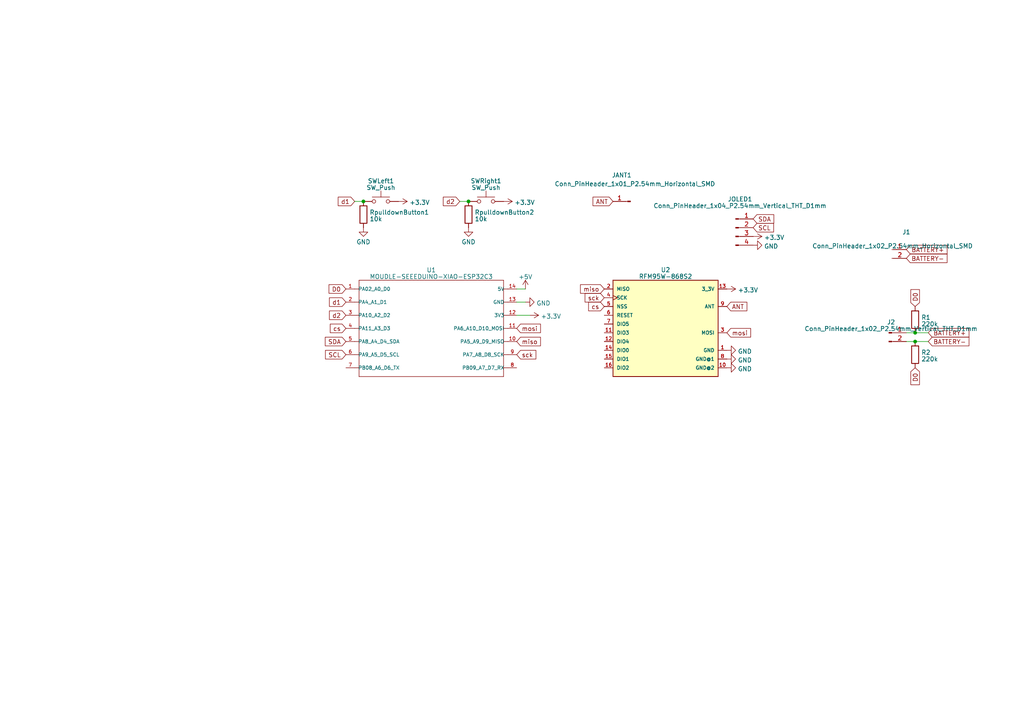
<source format=kicad_sch>
(kicad_sch (version 20230121) (generator eeschema)

  (uuid 101726dd-a3a5-433f-aa7f-ad2dca96ec31)

  (paper "A4")

  (title_block
    (title "ESP32C3 Mosquito Electric")
    (date "2023-03-05")
    (rev "v0.1")
    (company "Mosquito OS")
    (comment 1 "author: Dorian Somers")
    (comment 2 "licence: CERN OHL v2.0")
  )

  (lib_symbols
    (symbol "RFM85-LoRa:RFM95W-868S2" (pin_names (offset 1.016)) (in_bom yes) (on_board yes)
      (property "Reference" "U" (at -15.2563 13.9849 0)
        (effects (font (size 1.27 1.27)) (justify left bottom))
      )
      (property "Value" "RFM95W-868S2" (at -15.265 -17.8092 0)
        (effects (font (size 1.27 1.27)) (justify left bottom))
      )
      (property "Footprint" "XCVR_RFM95W-868S2" (at 0 0 0)
        (effects (font (size 1.27 1.27)) (justify bottom) hide)
      )
      (property "Datasheet" "" (at 0 0 0)
        (effects (font (size 1.27 1.27)) hide)
      )
      (property "MANUFACTURER" "RF Solution" (at 0 0 0)
        (effects (font (size 1.27 1.27)) (justify bottom) hide)
      )
      (symbol "RFM95W-868S2_0_0"
        (rectangle (start -15.24 -15.24) (end 15.24 12.7)
          (stroke (width 0.254) (type default))
          (fill (type background))
        )
        (pin power_in line (at 17.78 -7.62 180) (length 2.54)
          (name "GND" (effects (font (size 1.016 1.016))))
          (number "1" (effects (font (size 1.016 1.016))))
        )
        (pin power_in line (at 17.78 -12.7 180) (length 2.54)
          (name "GND@2" (effects (font (size 1.016 1.016))))
          (number "10" (effects (font (size 1.016 1.016))))
        )
        (pin bidirectional line (at -17.78 -2.54 0) (length 2.54)
          (name "DIO3" (effects (font (size 1.016 1.016))))
          (number "11" (effects (font (size 1.016 1.016))))
        )
        (pin bidirectional line (at -17.78 -5.08 0) (length 2.54)
          (name "DIO4" (effects (font (size 1.016 1.016))))
          (number "12" (effects (font (size 1.016 1.016))))
        )
        (pin power_in line (at 17.78 10.16 180) (length 2.54)
          (name "3_3V" (effects (font (size 1.016 1.016))))
          (number "13" (effects (font (size 1.016 1.016))))
        )
        (pin bidirectional line (at -17.78 -7.62 0) (length 2.54)
          (name "DIO0" (effects (font (size 1.016 1.016))))
          (number "14" (effects (font (size 1.016 1.016))))
        )
        (pin bidirectional line (at -17.78 -10.16 0) (length 2.54)
          (name "DIO1" (effects (font (size 1.016 1.016))))
          (number "15" (effects (font (size 1.016 1.016))))
        )
        (pin bidirectional line (at -17.78 -12.7 0) (length 2.54)
          (name "DIO2" (effects (font (size 1.016 1.016))))
          (number "16" (effects (font (size 1.016 1.016))))
        )
        (pin input line (at -17.78 10.16 0) (length 2.54)
          (name "MISO" (effects (font (size 1.016 1.016))))
          (number "2" (effects (font (size 1.016 1.016))))
        )
        (pin output line (at 17.78 -2.54 180) (length 2.54)
          (name "MOSI" (effects (font (size 1.016 1.016))))
          (number "3" (effects (font (size 1.016 1.016))))
        )
        (pin input clock (at -17.78 7.62 0) (length 2.54)
          (name "SCK" (effects (font (size 1.016 1.016))))
          (number "4" (effects (font (size 1.016 1.016))))
        )
        (pin input line (at -17.78 5.08 0) (length 2.54)
          (name "NSS" (effects (font (size 1.016 1.016))))
          (number "5" (effects (font (size 1.016 1.016))))
        )
        (pin bidirectional line (at -17.78 2.54 0) (length 2.54)
          (name "RESET" (effects (font (size 1.016 1.016))))
          (number "6" (effects (font (size 1.016 1.016))))
        )
        (pin bidirectional line (at -17.78 0 0) (length 2.54)
          (name "DIO5" (effects (font (size 1.016 1.016))))
          (number "7" (effects (font (size 1.016 1.016))))
        )
        (pin power_in line (at 17.78 -10.16 180) (length 2.54)
          (name "GND@1" (effects (font (size 1.016 1.016))))
          (number "8" (effects (font (size 1.016 1.016))))
        )
        (pin passive line (at 17.78 5.08 180) (length 2.54)
          (name "ANT" (effects (font (size 1.016 1.016))))
          (number "9" (effects (font (size 1.016 1.016))))
        )
      )
    )
    (symbol "Switch:SW_Push" (pin_numbers hide) (pin_names (offset 1.016) hide) (in_bom yes) (on_board yes)
      (property "Reference" "SW" (at 1.27 2.54 0)
        (effects (font (size 1.27 1.27)) (justify left))
      )
      (property "Value" "SW_Push" (at 0 -1.524 0)
        (effects (font (size 1.27 1.27)))
      )
      (property "Footprint" "" (at 0 5.08 0)
        (effects (font (size 1.27 1.27)) hide)
      )
      (property "Datasheet" "~" (at 0 5.08 0)
        (effects (font (size 1.27 1.27)) hide)
      )
      (property "ki_keywords" "switch normally-open pushbutton push-button" (at 0 0 0)
        (effects (font (size 1.27 1.27)) hide)
      )
      (property "ki_description" "Push button switch, generic, two pins" (at 0 0 0)
        (effects (font (size 1.27 1.27)) hide)
      )
      (symbol "SW_Push_0_1"
        (circle (center -2.032 0) (radius 0.508)
          (stroke (width 0) (type default))
          (fill (type none))
        )
        (polyline
          (pts
            (xy 0 1.27)
            (xy 0 3.048)
          )
          (stroke (width 0) (type default))
          (fill (type none))
        )
        (polyline
          (pts
            (xy 2.54 1.27)
            (xy -2.54 1.27)
          )
          (stroke (width 0) (type default))
          (fill (type none))
        )
        (circle (center 2.032 0) (radius 0.508)
          (stroke (width 0) (type default))
          (fill (type none))
        )
        (pin passive line (at -5.08 0 0) (length 2.54)
          (name "1" (effects (font (size 1.27 1.27))))
          (number "1" (effects (font (size 1.27 1.27))))
        )
        (pin passive line (at 5.08 0 180) (length 2.54)
          (name "2" (effects (font (size 1.27 1.27))))
          (number "2" (effects (font (size 1.27 1.27))))
        )
      )
    )
    (symbol "fab:Conn_PinHeader_1x01_P2.54mm_Horizontal_SMD" (pin_names (offset 1.016) hide) (in_bom yes) (on_board yes)
      (property "Reference" "J" (at 0 2.54 0)
        (effects (font (size 1.27 1.27)))
      )
      (property "Value" "Conn_PinHeader_1x01_P2.54mm_Horizontal_SMD" (at 0 -2.54 0)
        (effects (font (size 1.27 1.27)))
      )
      (property "Footprint" "fab:PinHeader_1x01_P2.54mm_Horizontal_SMD" (at 0 0 0)
        (effects (font (size 1.27 1.27)) hide)
      )
      (property "Datasheet" "~" (at 0 0 0)
        (effects (font (size 1.27 1.27)) hide)
      )
      (property "ki_keywords" "Connector pin header 2.54mm pitch horizontal SMD" (at 0 0 0)
        (effects (font (size 1.27 1.27)) hide)
      )
      (property "ki_description" "Connector pin header 2.54mm pitch horizontal SMD" (at 0 0 0)
        (effects (font (size 1.27 1.27)) hide)
      )
      (property "ki_fp_filters" "fab:*Header_SMD_01x??_*" (at 0 0 0)
        (effects (font (size 1.27 1.27)) hide)
      )
      (symbol "Conn_PinHeader_1x01_P2.54mm_Horizontal_SMD_1_1"
        (polyline
          (pts
            (xy 1.27 0)
            (xy 0.8636 0)
          )
          (stroke (width 0.1524) (type solid))
          (fill (type none))
        )
        (rectangle (start 0.8636 0.127) (end 0 -0.127)
          (stroke (width 0.1524) (type solid))
          (fill (type outline))
        )
        (pin passive line (at 5.08 0 180) (length 3.81)
          (name "Pin_1" (effects (font (size 1.27 1.27))))
          (number "1" (effects (font (size 1.27 1.27))))
        )
      )
    )
    (symbol "fab:Conn_PinHeader_1x02_P2.54mm_Horizontal_SMD" (pin_names (offset 1.016)) (in_bom yes) (on_board yes)
      (property "Reference" "J" (at 0 2.54 0)
        (effects (font (size 1.27 1.27)))
      )
      (property "Value" "Conn_PinHeader_1x02_P2.54mm_Horizontal_SMD" (at 0 -5.08 0)
        (effects (font (size 1.27 1.27)))
      )
      (property "Footprint" "fab:PinHeader_UPDI_01x02_P2.54mm_Horizontal_SMD" (at 0 0 0)
        (effects (font (size 1.27 1.27)) hide)
      )
      (property "Datasheet" "~" (at 0 0 0)
        (effects (font (size 1.27 1.27)) hide)
      )
      (property "ki_keywords" "male UPDI connector" (at 0 0 0)
        (effects (font (size 1.27 1.27)) hide)
      )
      (property "ki_description" "Male UPDI 2 pin connector" (at 0 0 0)
        (effects (font (size 1.27 1.27)) hide)
      )
      (property "ki_fp_filters" "fab:*Header_SMD_01x??_*" (at 0 0 0)
        (effects (font (size 1.27 1.27)) hide)
      )
      (symbol "Conn_PinHeader_1x02_P2.54mm_Horizontal_SMD_1_1"
        (polyline
          (pts
            (xy 1.27 -2.54)
            (xy 0.8636 -2.54)
          )
          (stroke (width 0.1524) (type solid))
          (fill (type none))
        )
        (polyline
          (pts
            (xy 1.27 0)
            (xy 0.8636 0)
          )
          (stroke (width 0.1524) (type solid))
          (fill (type none))
        )
        (pin passive line (at 5.08 0 180) (length 3.81)
          (name "~" (effects (font (size 1.27 1.27))))
          (number "1" (effects (font (size 1.27 1.27))))
        )
        (pin passive line (at 5.08 -2.54 180) (length 3.81)
          (name "~" (effects (font (size 1.27 1.27))))
          (number "2" (effects (font (size 1.27 1.27))))
        )
      )
    )
    (symbol "fab:Conn_PinHeader_1x02_P2.54mm_Vertical_THT_D1mm" (pin_names (offset 1.016) hide) (in_bom yes) (on_board yes)
      (property "Reference" "J" (at 0 2.54 0)
        (effects (font (size 1.27 1.27)))
      )
      (property "Value" "Conn_PinHeader_1x02_P2.54mm_Vertical_THT_D1mm" (at 0 -5.08 0)
        (effects (font (size 1.27 1.27)))
      )
      (property "Footprint" "fab:PinHeader_1x02_P2.54mm_Vertical_THT_D1mm" (at 0 0 0)
        (effects (font (size 1.27 1.27)) hide)
      )
      (property "Datasheet" "~" (at 0 0 0)
        (effects (font (size 1.27 1.27)) hide)
      )
      (property "ki_keywords" "single row male connector" (at 0 0 0)
        (effects (font (size 1.27 1.27)) hide)
      )
      (property "ki_description" "Male connector, single row" (at 0 0 0)
        (effects (font (size 1.27 1.27)) hide)
      )
      (property "ki_fp_filters" "fab:*Header_SMD_01x??_*" (at 0 0 0)
        (effects (font (size 1.27 1.27)) hide)
      )
      (symbol "Conn_PinHeader_1x02_P2.54mm_Vertical_THT_D1mm_1_1"
        (polyline
          (pts
            (xy 1.27 -2.54)
            (xy 0.8636 -2.54)
          )
          (stroke (width 0.1524) (type solid))
          (fill (type none))
        )
        (polyline
          (pts
            (xy 1.27 0)
            (xy 0.8636 0)
          )
          (stroke (width 0.1524) (type solid))
          (fill (type none))
        )
        (rectangle (start 0.8636 -2.413) (end 0 -2.667)
          (stroke (width 0.1524) (type solid))
          (fill (type outline))
        )
        (rectangle (start 0.8636 0.127) (end 0 -0.127)
          (stroke (width 0.1524) (type solid))
          (fill (type outline))
        )
        (pin passive line (at 5.08 0 180) (length 3.81)
          (name "Pin_1" (effects (font (size 1.27 1.27))))
          (number "1" (effects (font (size 1.27 1.27))))
        )
        (pin passive line (at 5.08 -2.54 180) (length 3.81)
          (name "Pin_2" (effects (font (size 1.27 1.27))))
          (number "2" (effects (font (size 1.27 1.27))))
        )
      )
    )
    (symbol "fab:Conn_PinHeader_1x04_P2.54mm_Vertical_THT_D1mm" (pin_names (offset 1.016) hide) (in_bom yes) (on_board yes)
      (property "Reference" "J" (at 0 5.08 0)
        (effects (font (size 1.27 1.27)))
      )
      (property "Value" "Conn_PinHeader_1x04_P2.54mm_Vertical_THT_D1mm" (at 0 -7.62 0)
        (effects (font (size 1.27 1.27)))
      )
      (property "Footprint" "fab:PinHeader_1x04_P2.54mm_Vertical_THT_D1mm" (at 0 0 0)
        (effects (font (size 1.27 1.27)) hide)
      )
      (property "Datasheet" "~" (at 0 0 0)
        (effects (font (size 1.27 1.27)) hide)
      )
      (property "ki_keywords" "single row male connector" (at 0 0 0)
        (effects (font (size 1.27 1.27)) hide)
      )
      (property "ki_description" "Male connector, single row" (at 0 0 0)
        (effects (font (size 1.27 1.27)) hide)
      )
      (property "ki_fp_filters" "fab:*Header_SMD_01x??_*" (at 0 0 0)
        (effects (font (size 1.27 1.27)) hide)
      )
      (symbol "Conn_PinHeader_1x04_P2.54mm_Vertical_THT_D1mm_1_1"
        (polyline
          (pts
            (xy 1.27 -5.08)
            (xy 0.8636 -5.08)
          )
          (stroke (width 0.1524) (type solid))
          (fill (type none))
        )
        (polyline
          (pts
            (xy 1.27 -2.54)
            (xy 0.8636 -2.54)
          )
          (stroke (width 0.1524) (type solid))
          (fill (type none))
        )
        (polyline
          (pts
            (xy 1.27 0)
            (xy 0.8636 0)
          )
          (stroke (width 0.1524) (type solid))
          (fill (type none))
        )
        (polyline
          (pts
            (xy 1.27 2.54)
            (xy 0.8636 2.54)
          )
          (stroke (width 0.1524) (type solid))
          (fill (type none))
        )
        (rectangle (start 0.8636 -4.953) (end 0 -5.207)
          (stroke (width 0.1524) (type solid))
          (fill (type outline))
        )
        (rectangle (start 0.8636 -2.413) (end 0 -2.667)
          (stroke (width 0.1524) (type solid))
          (fill (type outline))
        )
        (rectangle (start 0.8636 0.127) (end 0 -0.127)
          (stroke (width 0.1524) (type solid))
          (fill (type outline))
        )
        (rectangle (start 0.8636 2.667) (end 0 2.413)
          (stroke (width 0.1524) (type solid))
          (fill (type outline))
        )
        (pin passive line (at 5.08 2.54 180) (length 3.81)
          (name "Pin_1" (effects (font (size 1.27 1.27))))
          (number "1" (effects (font (size 1.27 1.27))))
        )
        (pin passive line (at 5.08 0 180) (length 3.81)
          (name "Pin_2" (effects (font (size 1.27 1.27))))
          (number "2" (effects (font (size 1.27 1.27))))
        )
        (pin passive line (at 5.08 -2.54 180) (length 3.81)
          (name "Pin_3" (effects (font (size 1.27 1.27))))
          (number "3" (effects (font (size 1.27 1.27))))
        )
        (pin passive line (at 5.08 -5.08 180) (length 3.81)
          (name "Pin_4" (effects (font (size 1.27 1.27))))
          (number "4" (effects (font (size 1.27 1.27))))
        )
      )
    )
    (symbol "fab:R" (pin_numbers hide) (pin_names (offset 0)) (in_bom yes) (on_board yes)
      (property "Reference" "R" (at 2.032 0 90)
        (effects (font (size 1.27 1.27)))
      )
      (property "Value" "R" (at 0 0 90)
        (effects (font (size 1.27 1.27)))
      )
      (property "Footprint" "fab:R_1206" (at -1.778 0 90)
        (effects (font (size 1.27 1.27)) hide)
      )
      (property "Datasheet" "~" (at 0 0 0)
        (effects (font (size 1.27 1.27)) hide)
      )
      (property "ki_keywords" "R res resistor" (at 0 0 0)
        (effects (font (size 1.27 1.27)) hide)
      )
      (property "ki_description" "Resistor" (at 0 0 0)
        (effects (font (size 1.27 1.27)) hide)
      )
      (property "ki_fp_filters" "R_*" (at 0 0 0)
        (effects (font (size 1.27 1.27)) hide)
      )
      (symbol "R_0_1"
        (rectangle (start -1.016 -2.54) (end 1.016 2.54)
          (stroke (width 0.254) (type solid))
          (fill (type none))
        )
      )
      (symbol "R_1_1"
        (pin passive line (at 0 3.81 270) (length 1.27)
          (name "~" (effects (font (size 1.27 1.27))))
          (number "1" (effects (font (size 1.27 1.27))))
        )
        (pin passive line (at 0 -3.81 90) (length 1.27)
          (name "~" (effects (font (size 1.27 1.27))))
          (number "2" (effects (font (size 1.27 1.27))))
        )
      )
    )
    (symbol "power:+3.3V" (power) (pin_names (offset 0)) (in_bom yes) (on_board yes)
      (property "Reference" "#PWR" (at 0 -3.81 0)
        (effects (font (size 1.27 1.27)) hide)
      )
      (property "Value" "+3.3V" (at 0 3.556 0)
        (effects (font (size 1.27 1.27)))
      )
      (property "Footprint" "" (at 0 0 0)
        (effects (font (size 1.27 1.27)) hide)
      )
      (property "Datasheet" "" (at 0 0 0)
        (effects (font (size 1.27 1.27)) hide)
      )
      (property "ki_keywords" "global power" (at 0 0 0)
        (effects (font (size 1.27 1.27)) hide)
      )
      (property "ki_description" "Power symbol creates a global label with name \"+3.3V\"" (at 0 0 0)
        (effects (font (size 1.27 1.27)) hide)
      )
      (symbol "+3.3V_0_1"
        (polyline
          (pts
            (xy -0.762 1.27)
            (xy 0 2.54)
          )
          (stroke (width 0) (type default))
          (fill (type none))
        )
        (polyline
          (pts
            (xy 0 0)
            (xy 0 2.54)
          )
          (stroke (width 0) (type default))
          (fill (type none))
        )
        (polyline
          (pts
            (xy 0 2.54)
            (xy 0.762 1.27)
          )
          (stroke (width 0) (type default))
          (fill (type none))
        )
      )
      (symbol "+3.3V_1_1"
        (pin power_in line (at 0 0 90) (length 0) hide
          (name "+3.3V" (effects (font (size 1.27 1.27))))
          (number "1" (effects (font (size 1.27 1.27))))
        )
      )
    )
    (symbol "power:+5V" (power) (pin_names (offset 0)) (in_bom yes) (on_board yes)
      (property "Reference" "#PWR" (at 0 -3.81 0)
        (effects (font (size 1.27 1.27)) hide)
      )
      (property "Value" "+5V" (at 0 3.556 0)
        (effects (font (size 1.27 1.27)))
      )
      (property "Footprint" "" (at 0 0 0)
        (effects (font (size 1.27 1.27)) hide)
      )
      (property "Datasheet" "" (at 0 0 0)
        (effects (font (size 1.27 1.27)) hide)
      )
      (property "ki_keywords" "global power" (at 0 0 0)
        (effects (font (size 1.27 1.27)) hide)
      )
      (property "ki_description" "Power symbol creates a global label with name \"+5V\"" (at 0 0 0)
        (effects (font (size 1.27 1.27)) hide)
      )
      (symbol "+5V_0_1"
        (polyline
          (pts
            (xy -0.762 1.27)
            (xy 0 2.54)
          )
          (stroke (width 0) (type default))
          (fill (type none))
        )
        (polyline
          (pts
            (xy 0 0)
            (xy 0 2.54)
          )
          (stroke (width 0) (type default))
          (fill (type none))
        )
        (polyline
          (pts
            (xy 0 2.54)
            (xy 0.762 1.27)
          )
          (stroke (width 0) (type default))
          (fill (type none))
        )
      )
      (symbol "+5V_1_1"
        (pin power_in line (at 0 0 90) (length 0) hide
          (name "+5V" (effects (font (size 1.27 1.27))))
          (number "1" (effects (font (size 1.27 1.27))))
        )
      )
    )
    (symbol "power:GND" (power) (pin_names (offset 0)) (in_bom yes) (on_board yes)
      (property "Reference" "#PWR" (at 0 -6.35 0)
        (effects (font (size 1.27 1.27)) hide)
      )
      (property "Value" "GND" (at 0 -3.81 0)
        (effects (font (size 1.27 1.27)))
      )
      (property "Footprint" "" (at 0 0 0)
        (effects (font (size 1.27 1.27)) hide)
      )
      (property "Datasheet" "" (at 0 0 0)
        (effects (font (size 1.27 1.27)) hide)
      )
      (property "ki_keywords" "global power" (at 0 0 0)
        (effects (font (size 1.27 1.27)) hide)
      )
      (property "ki_description" "Power symbol creates a global label with name \"GND\" , ground" (at 0 0 0)
        (effects (font (size 1.27 1.27)) hide)
      )
      (symbol "GND_0_1"
        (polyline
          (pts
            (xy 0 0)
            (xy 0 -1.27)
            (xy 1.27 -1.27)
            (xy 0 -2.54)
            (xy -1.27 -1.27)
            (xy 0 -1.27)
          )
          (stroke (width 0) (type default))
          (fill (type none))
        )
      )
      (symbol "GND_1_1"
        (pin power_in line (at 0 0 270) (length 0) hide
          (name "GND" (effects (font (size 1.27 1.27))))
          (number "1" (effects (font (size 1.27 1.27))))
        )
      )
    )
    (symbol "xiaoesp32c3:MOUDLE-SEEEDUINO-XIAO-ESP32C3" (pin_names (offset 1.016)) (in_bom yes) (on_board yes)
      (property "Reference" "U" (at -21.59 15.24 0)
        (effects (font (size 1.27 1.27)) (justify left bottom))
      )
      (property "Value" "MOUDLE-SEEEDUINO-XIAO-ESP32C3" (at -21.59 13.97 0)
        (effects (font (size 1.27 1.27)) (justify left bottom))
      )
      (property "Footprint" "MOUDLE14P-SMD-2.54-21X17.8MM" (at 0 0 0)
        (effects (font (size 1.27 1.27)) (justify bottom) hide)
      )
      (property "Datasheet" "" (at 0 0 0)
        (effects (font (size 1.27 1.27)) hide)
      )
      (symbol "MOUDLE-SEEEDUINO-XIAO-ESP32C3_0_0"
        (polyline
          (pts
            (xy -21.59 -13.97)
            (xy -21.59 0)
          )
          (stroke (width 0.1524) (type default))
          (fill (type none))
        )
        (polyline
          (pts
            (xy -21.59 -11.43)
            (xy -22.86 -11.43)
          )
          (stroke (width 0.1524) (type default))
          (fill (type none))
        )
        (polyline
          (pts
            (xy -21.59 -7.62)
            (xy -22.86 -7.62)
          )
          (stroke (width 0.1524) (type default))
          (fill (type none))
        )
        (polyline
          (pts
            (xy -21.59 -3.81)
            (xy -22.86 -3.81)
          )
          (stroke (width 0.1524) (type default))
          (fill (type none))
        )
        (polyline
          (pts
            (xy -21.59 0)
            (xy -22.86 0)
          )
          (stroke (width 0.1524) (type default))
          (fill (type none))
        )
        (polyline
          (pts
            (xy -21.59 0)
            (xy -21.59 3.81)
          )
          (stroke (width 0.1524) (type default))
          (fill (type none))
        )
        (polyline
          (pts
            (xy -21.59 3.81)
            (xy -22.86 3.81)
          )
          (stroke (width 0.1524) (type default))
          (fill (type none))
        )
        (polyline
          (pts
            (xy -21.59 3.81)
            (xy -21.59 7.62)
          )
          (stroke (width 0.1524) (type default))
          (fill (type none))
        )
        (polyline
          (pts
            (xy -21.59 7.62)
            (xy -22.86 7.62)
          )
          (stroke (width 0.1524) (type default))
          (fill (type none))
        )
        (polyline
          (pts
            (xy -21.59 7.62)
            (xy -21.59 11.43)
          )
          (stroke (width 0.1524) (type default))
          (fill (type none))
        )
        (polyline
          (pts
            (xy -21.59 11.43)
            (xy -22.86 11.43)
          )
          (stroke (width 0.1524) (type default))
          (fill (type none))
        )
        (polyline
          (pts
            (xy -21.59 11.43)
            (xy -21.59 13.97)
          )
          (stroke (width 0.1524) (type default))
          (fill (type none))
        )
        (polyline
          (pts
            (xy -21.59 13.97)
            (xy 20.32 13.97)
          )
          (stroke (width 0.1524) (type default))
          (fill (type none))
        )
        (polyline
          (pts
            (xy 20.32 -13.97)
            (xy -21.59 -13.97)
          )
          (stroke (width 0.1524) (type default))
          (fill (type none))
        )
        (polyline
          (pts
            (xy 20.32 3.81)
            (xy 20.32 -13.97)
          )
          (stroke (width 0.1524) (type default))
          (fill (type none))
        )
        (polyline
          (pts
            (xy 20.32 7.62)
            (xy 20.32 3.81)
          )
          (stroke (width 0.1524) (type default))
          (fill (type none))
        )
        (polyline
          (pts
            (xy 20.32 11.43)
            (xy 20.32 7.62)
          )
          (stroke (width 0.1524) (type default))
          (fill (type none))
        )
        (polyline
          (pts
            (xy 20.32 13.97)
            (xy 20.32 11.43)
          )
          (stroke (width 0.1524) (type default))
          (fill (type none))
        )
        (polyline
          (pts
            (xy 21.59 -11.43)
            (xy 20.32 -11.43)
          )
          (stroke (width 0.1524) (type default))
          (fill (type none))
        )
        (polyline
          (pts
            (xy 21.59 -7.62)
            (xy 20.32 -7.62)
          )
          (stroke (width 0.1524) (type default))
          (fill (type none))
        )
        (polyline
          (pts
            (xy 21.59 -3.81)
            (xy 20.32 -3.81)
          )
          (stroke (width 0.1524) (type default))
          (fill (type none))
        )
        (polyline
          (pts
            (xy 21.59 0)
            (xy 20.32 0)
          )
          (stroke (width 0.1524) (type default))
          (fill (type none))
        )
        (polyline
          (pts
            (xy 21.59 3.81)
            (xy 20.32 3.81)
          )
          (stroke (width 0.1524) (type default))
          (fill (type none))
        )
        (polyline
          (pts
            (xy 21.59 7.62)
            (xy 20.32 7.62)
          )
          (stroke (width 0.1524) (type default))
          (fill (type none))
        )
        (polyline
          (pts
            (xy 21.59 11.43)
            (xy 20.32 11.43)
          )
          (stroke (width 0.1524) (type default))
          (fill (type none))
        )
        (pin bidirectional line (at -25.4 11.43 0) (length 2.54)
          (name "PA02_A0_D0" (effects (font (size 1.016 1.016))))
          (number "1" (effects (font (size 1.016 1.016))))
        )
        (pin bidirectional line (at 24.13 -3.81 180) (length 2.54)
          (name "PA5_A9_D9_MISO" (effects (font (size 1.016 1.016))))
          (number "10" (effects (font (size 1.016 1.016))))
        )
        (pin bidirectional line (at 24.13 0 180) (length 2.54)
          (name "PA6_A10_D10_MOSI" (effects (font (size 1.016 1.016))))
          (number "11" (effects (font (size 1.016 1.016))))
        )
        (pin bidirectional line (at 24.13 3.81 180) (length 2.54)
          (name "3V3" (effects (font (size 1.016 1.016))))
          (number "12" (effects (font (size 1.016 1.016))))
        )
        (pin bidirectional line (at 24.13 7.62 180) (length 2.54)
          (name "GND" (effects (font (size 1.016 1.016))))
          (number "13" (effects (font (size 1.016 1.016))))
        )
        (pin bidirectional line (at 24.13 11.43 180) (length 2.54)
          (name "5V" (effects (font (size 1.016 1.016))))
          (number "14" (effects (font (size 1.016 1.016))))
        )
        (pin bidirectional line (at -25.4 7.62 0) (length 2.54)
          (name "PA4_A1_D1" (effects (font (size 1.016 1.016))))
          (number "2" (effects (font (size 1.016 1.016))))
        )
        (pin bidirectional line (at -25.4 3.81 0) (length 2.54)
          (name "PA10_A2_D2" (effects (font (size 1.016 1.016))))
          (number "3" (effects (font (size 1.016 1.016))))
        )
        (pin bidirectional line (at -25.4 0 0) (length 2.54)
          (name "PA11_A3_D3" (effects (font (size 1.016 1.016))))
          (number "4" (effects (font (size 1.016 1.016))))
        )
        (pin bidirectional line (at -25.4 -3.81 0) (length 2.54)
          (name "PA8_A4_D4_SDA" (effects (font (size 1.016 1.016))))
          (number "5" (effects (font (size 1.016 1.016))))
        )
        (pin bidirectional line (at -25.4 -7.62 0) (length 2.54)
          (name "PA9_A5_D5_SCL" (effects (font (size 1.016 1.016))))
          (number "6" (effects (font (size 1.016 1.016))))
        )
        (pin bidirectional line (at -25.4 -11.43 0) (length 2.54)
          (name "PB08_A6_D6_TX" (effects (font (size 1.016 1.016))))
          (number "7" (effects (font (size 1.016 1.016))))
        )
        (pin bidirectional line (at 24.13 -11.43 180) (length 2.54)
          (name "PB09_A7_D7_RX" (effects (font (size 1.016 1.016))))
          (number "8" (effects (font (size 1.016 1.016))))
        )
        (pin bidirectional line (at 24.13 -7.62 180) (length 2.54)
          (name "PA7_A8_D8_SCK" (effects (font (size 1.016 1.016))))
          (number "9" (effects (font (size 1.016 1.016))))
        )
      )
    )
  )

  (junction (at 265.43 99.06) (diameter 0) (color 0 0 0 0)
    (uuid 1d7f2a3d-33d7-4fcf-95e8-06d492ee0179)
  )
  (junction (at 105.41 58.42) (diameter 0) (color 0 0 0 0)
    (uuid 6d534692-8fca-46b9-b751-a83812452af9)
  )
  (junction (at 135.89 58.42) (diameter 0) (color 0 0 0 0)
    (uuid a665ee48-8c67-47df-9a0b-a9757731a30f)
  )
  (junction (at 265.43 96.52) (diameter 0) (color 0 0 0 0)
    (uuid e3722898-190a-4744-b895-18ccfe8fef08)
  )

  (wire (pts (xy 153.67 91.44) (xy 149.86 91.44))
    (stroke (width 0) (type default))
    (uuid 0e3a5d83-dbe8-409c-9508-180735f3e973)
  )
  (wire (pts (xy 152.4 83.82) (xy 149.86 83.82))
    (stroke (width 0) (type default))
    (uuid 13d0bf30-fadb-488c-bb2a-81d0447d4009)
  )
  (wire (pts (xy 269.24 96.52) (xy 265.43 96.52))
    (stroke (width 0) (type default))
    (uuid 34037505-b136-4d6c-9c85-1468708a8f37)
  )
  (wire (pts (xy 265.43 99.06) (xy 262.89 99.06))
    (stroke (width 0) (type default))
    (uuid 73250c8f-6afe-4952-bd1c-9cd343440d60)
  )
  (wire (pts (xy 269.24 99.06) (xy 265.43 99.06))
    (stroke (width 0) (type default))
    (uuid 9c2cc8a1-6ada-44b0-85e0-47363c827ae8)
  )
  (wire (pts (xy 265.43 96.52) (xy 262.89 96.52))
    (stroke (width 0) (type default))
    (uuid 9db7a60b-8a8d-428e-8731-60173299054b)
  )
  (wire (pts (xy 133.35 58.42) (xy 135.89 58.42))
    (stroke (width 0) (type default))
    (uuid d4143348-ad2e-42cd-8f31-9ba0af0481f5)
  )
  (wire (pts (xy 152.4 87.63) (xy 149.86 87.63))
    (stroke (width 0) (type default))
    (uuid d891107d-b867-4cf8-8cf0-439e1bd2b035)
  )
  (wire (pts (xy 102.87 58.42) (xy 105.41 58.42))
    (stroke (width 0) (type default))
    (uuid fdd8ebec-a8ec-4f98-a161-ed743d0b9840)
  )

  (global_label "miso" (shape input) (at 175.26 83.82 180) (fields_autoplaced)
    (effects (font (size 1.27 1.27)) (justify right))
    (uuid 00849967-f944-4d5a-afaf-ebb9bba8263a)
    (property "Intersheetrefs" "${INTERSHEET_REFS}" (at 167.879 83.82 0)
      (effects (font (size 1.27 1.27)) (justify right) hide)
    )
  )
  (global_label "BATTERY-" (shape input) (at 269.24 99.06 0) (fields_autoplaced)
    (effects (font (size 1.27 1.27)) (justify left))
    (uuid 157f37a4-8817-410f-ae8d-de45cd805b07)
    (property "Intersheetrefs" "${INTERSHEET_REFS}" (at 281.5196 99.06 0)
      (effects (font (size 1.27 1.27)) (justify left) hide)
    )
  )
  (global_label "BATTERY+" (shape input) (at 269.24 96.52 0) (fields_autoplaced)
    (effects (font (size 1.27 1.27)) (justify left))
    (uuid 357529d7-ec8f-40ee-be5b-f0d138f0b7e3)
    (property "Intersheetrefs" "${INTERSHEET_REFS}" (at 281.5196 96.52 0)
      (effects (font (size 1.27 1.27)) (justify left) hide)
    )
  )
  (global_label "BATTERY-" (shape input) (at 262.89 74.93 0) (fields_autoplaced)
    (effects (font (size 1.27 1.27)) (justify left))
    (uuid 35fd3e16-afb7-405a-a8c6-dfc460c56671)
    (property "Intersheetrefs" "${INTERSHEET_REFS}" (at 275.1696 74.93 0)
      (effects (font (size 1.27 1.27)) (justify left) hide)
    )
  )
  (global_label "SCL" (shape input) (at 100.33 102.87 180) (fields_autoplaced)
    (effects (font (size 1.27 1.27)) (justify right))
    (uuid 3b5dea43-f7d7-4e4b-a9a5-39ceb5a7720a)
    (property "Intersheetrefs" "${INTERSHEET_REFS}" (at 93.9166 102.87 0)
      (effects (font (size 1.27 1.27)) (justify right) hide)
    )
  )
  (global_label "SDA" (shape input) (at 100.33 99.06 180) (fields_autoplaced)
    (effects (font (size 1.27 1.27)) (justify right))
    (uuid 449221b7-3020-480f-8e05-521742011c2c)
    (property "Intersheetrefs" "${INTERSHEET_REFS}" (at 93.8561 99.06 0)
      (effects (font (size 1.27 1.27)) (justify right) hide)
    )
  )
  (global_label "D0" (shape input) (at 265.43 106.68 270) (fields_autoplaced)
    (effects (font (size 1.27 1.27)) (justify right))
    (uuid 54e7a737-08ad-44e8-b16c-6b03ab6a47f5)
    (property "Intersheetrefs" "${INTERSHEET_REFS}" (at 265.43 112.0653 90)
      (effects (font (size 1.27 1.27)) (justify right) hide)
    )
  )
  (global_label "sck" (shape input) (at 175.26 86.36 180) (fields_autoplaced)
    (effects (font (size 1.27 1.27)) (justify right))
    (uuid 576b61d4-7951-48cc-a9c2-a3ba49ab574e)
    (property "Intersheetrefs" "${INTERSHEET_REFS}" (at 169.2094 86.36 0)
      (effects (font (size 1.27 1.27)) (justify right) hide)
    )
  )
  (global_label "SDA" (shape input) (at 218.44 63.5 0) (fields_autoplaced)
    (effects (font (size 1.27 1.27)) (justify left))
    (uuid 5b0570d7-04c3-4dae-b0be-34231fe99dba)
    (property "Intersheetrefs" "${INTERSHEET_REFS}" (at 224.9139 63.5 0)
      (effects (font (size 1.27 1.27)) (justify left) hide)
    )
  )
  (global_label "mosi" (shape input) (at 149.86 95.25 0) (fields_autoplaced)
    (effects (font (size 1.27 1.27)) (justify left))
    (uuid 5d478795-6813-46d9-9068-c6375e852442)
    (property "Intersheetrefs" "${INTERSHEET_REFS}" (at 157.241 95.25 0)
      (effects (font (size 1.27 1.27)) (justify left) hide)
    )
    (property "Netclass" "TEST" (at 149.86 97.4408 0)
      (effects (font (size 1.27 1.27)) (justify left) hide)
    )
  )
  (global_label "BATTERY+" (shape input) (at 262.89 72.39 0) (fields_autoplaced)
    (effects (font (size 1.27 1.27)) (justify left))
    (uuid 5efb4c28-4b8b-45c7-9560-fe8d072824c4)
    (property "Intersheetrefs" "${INTERSHEET_REFS}" (at 275.1696 72.39 0)
      (effects (font (size 1.27 1.27)) (justify left) hide)
    )
  )
  (global_label "cs" (shape input) (at 175.26 88.9 180) (fields_autoplaced)
    (effects (font (size 1.27 1.27)) (justify right))
    (uuid 636d68d8-f444-46d8-810e-4c4771bb1b58)
    (property "Intersheetrefs" "${INTERSHEET_REFS}" (at 170.2375 88.9 0)
      (effects (font (size 1.27 1.27)) (justify right) hide)
    )
  )
  (global_label "D0" (shape input) (at 265.43 88.9 90) (fields_autoplaced)
    (effects (font (size 1.27 1.27)) (justify left))
    (uuid 6d3e352e-24ce-454a-a161-b64e2c084e8d)
    (property "Intersheetrefs" "${INTERSHEET_REFS}" (at 265.43 83.5147 90)
      (effects (font (size 1.27 1.27)) (justify left) hide)
    )
  )
  (global_label "D0" (shape input) (at 100.33 83.82 180) (fields_autoplaced)
    (effects (font (size 1.27 1.27)) (justify right))
    (uuid 720dfa2b-f268-4925-af56-79b75e127b23)
    (property "Intersheetrefs" "${INTERSHEET_REFS}" (at 94.9447 83.82 0)
      (effects (font (size 1.27 1.27)) (justify right) hide)
    )
  )
  (global_label "SCL" (shape input) (at 218.44 66.04 0) (fields_autoplaced)
    (effects (font (size 1.27 1.27)) (justify left))
    (uuid 8fafcecf-cc36-476c-ae15-192f793222bc)
    (property "Intersheetrefs" "${INTERSHEET_REFS}" (at 224.8534 66.04 0)
      (effects (font (size 1.27 1.27)) (justify left) hide)
    )
  )
  (global_label "d2" (shape input) (at 133.35 58.42 180) (fields_autoplaced)
    (effects (font (size 1.27 1.27)) (justify right))
    (uuid 961c2b6c-b515-4378-9b91-48ea96bfda72)
    (property "Intersheetrefs" "${INTERSHEET_REFS}" (at 128.0857 58.42 0)
      (effects (font (size 1.27 1.27)) (justify right) hide)
    )
  )
  (global_label "miso" (shape input) (at 149.86 99.06 0) (fields_autoplaced)
    (effects (font (size 1.27 1.27)) (justify left))
    (uuid a1b25ab0-1501-4f9b-9fca-1bcb3dea479f)
    (property "Intersheetrefs" "${INTERSHEET_REFS}" (at 157.241 99.06 0)
      (effects (font (size 1.27 1.27)) (justify left) hide)
    )
  )
  (global_label "d2" (shape input) (at 100.33 91.44 180) (fields_autoplaced)
    (effects (font (size 1.27 1.27)) (justify right))
    (uuid afdc8dcb-2e7a-4647-8794-efc59ab79688)
    (property "Intersheetrefs" "${INTERSHEET_REFS}" (at 95.0657 91.44 0)
      (effects (font (size 1.27 1.27)) (justify right) hide)
    )
  )
  (global_label "d1" (shape input) (at 100.33 87.63 180) (fields_autoplaced)
    (effects (font (size 1.27 1.27)) (justify right))
    (uuid b0232571-9fb9-4ed0-85d4-e65f43c191fd)
    (property "Intersheetrefs" "${INTERSHEET_REFS}" (at 95.0657 87.63 0)
      (effects (font (size 1.27 1.27)) (justify right) hide)
    )
  )
  (global_label "sck" (shape input) (at 149.86 102.87 0) (fields_autoplaced)
    (effects (font (size 1.27 1.27)) (justify left))
    (uuid cf069e9b-d700-4e87-a0fd-da9facf14806)
    (property "Intersheetrefs" "${INTERSHEET_REFS}" (at 155.9106 102.87 0)
      (effects (font (size 1.27 1.27)) (justify left) hide)
    )
  )
  (global_label "ANT" (shape input) (at 177.8 58.42 180) (fields_autoplaced)
    (effects (font (size 1.27 1.27)) (justify right))
    (uuid ded322a7-3fec-44a2-b87b-a4cafee335d7)
    (property "Intersheetrefs" "${INTERSHEET_REFS}" (at 171.5075 58.42 0)
      (effects (font (size 1.27 1.27)) (justify right) hide)
    )
  )
  (global_label "cs" (shape input) (at 100.33 95.25 180) (fields_autoplaced)
    (effects (font (size 1.27 1.27)) (justify right))
    (uuid e0a03aaf-0b43-48b3-92c8-a1af373ddc31)
    (property "Intersheetrefs" "${INTERSHEET_REFS}" (at 95.3075 95.25 0)
      (effects (font (size 1.27 1.27)) (justify right) hide)
    )
  )
  (global_label "d1" (shape input) (at 102.87 58.42 180) (fields_autoplaced)
    (effects (font (size 1.27 1.27)) (justify right))
    (uuid e5e4b76e-af6e-4c3a-9482-83b39fcb9f9a)
    (property "Intersheetrefs" "${INTERSHEET_REFS}" (at 97.6057 58.42 0)
      (effects (font (size 1.27 1.27)) (justify right) hide)
    )
  )
  (global_label "ANT" (shape input) (at 210.82 88.9 0) (fields_autoplaced)
    (effects (font (size 1.27 1.27)) (justify left))
    (uuid e8221d85-d698-48c8-8edf-69f5a46241cc)
    (property "Intersheetrefs" "${INTERSHEET_REFS}" (at 217.1125 88.9 0)
      (effects (font (size 1.27 1.27)) (justify left) hide)
    )
  )
  (global_label "mosi" (shape input) (at 210.82 96.52 0) (fields_autoplaced)
    (effects (font (size 1.27 1.27)) (justify left))
    (uuid f194977a-fe9e-44b5-90ea-289ceaa48338)
    (property "Intersheetrefs" "${INTERSHEET_REFS}" (at 218.201 96.52 0)
      (effects (font (size 1.27 1.27)) (justify left) hide)
    )
  )

  (symbol (lib_id "power:+5V") (at 152.4 83.82 0) (unit 1)
    (in_bom yes) (on_board yes) (dnp no) (fields_autoplaced)
    (uuid 0cce219f-48f9-4205-9e7a-863d6ebc2884)
    (property "Reference" "#PWR01" (at 152.4 87.63 0)
      (effects (font (size 1.27 1.27)) hide)
    )
    (property "Value" "+5V" (at 152.4 80.3181 0)
      (effects (font (size 1.27 1.27)))
    )
    (property "Footprint" "" (at 152.4 83.82 0)
      (effects (font (size 1.27 1.27)) hide)
    )
    (property "Datasheet" "" (at 152.4 83.82 0)
      (effects (font (size 1.27 1.27)) hide)
    )
    (pin "1" (uuid 40c2d9e6-6afc-41bf-9c8e-a21276077a8b))
    (instances
      (project "wally_board"
        (path "/101726dd-a3a5-433f-aa7f-ad2dca96ec31"
          (reference "#PWR01") (unit 1)
        )
      )
    )
  )

  (symbol (lib_id "power:+3.3V") (at 210.82 83.82 270) (unit 1)
    (in_bom yes) (on_board yes) (dnp no) (fields_autoplaced)
    (uuid 1558e70e-1d32-42e8-b446-0c4ceeb2333e)
    (property "Reference" "#PWR021" (at 207.01 83.82 0)
      (effects (font (size 1.27 1.27)) hide)
    )
    (property "Value" "+3.3V" (at 213.995 84.1368 90)
      (effects (font (size 1.27 1.27)) (justify left))
    )
    (property "Footprint" "" (at 210.82 83.82 0)
      (effects (font (size 1.27 1.27)) hide)
    )
    (property "Datasheet" "" (at 210.82 83.82 0)
      (effects (font (size 1.27 1.27)) hide)
    )
    (pin "1" (uuid b02a495c-37f0-4419-b8af-41870e705cb9))
    (instances
      (project "wally_board"
        (path "/101726dd-a3a5-433f-aa7f-ad2dca96ec31"
          (reference "#PWR021") (unit 1)
        )
      )
    )
  )

  (symbol (lib_id "power:+3.3V") (at 218.44 68.58 270) (unit 1)
    (in_bom yes) (on_board yes) (dnp no) (fields_autoplaced)
    (uuid 159d7bda-7f86-4fdf-b02f-2dfc08efdc72)
    (property "Reference" "#PWR013" (at 214.63 68.58 0)
      (effects (font (size 1.27 1.27)) hide)
    )
    (property "Value" "+3.3V" (at 221.615 68.8968 90)
      (effects (font (size 1.27 1.27)) (justify left))
    )
    (property "Footprint" "" (at 218.44 68.58 0)
      (effects (font (size 1.27 1.27)) hide)
    )
    (property "Datasheet" "" (at 218.44 68.58 0)
      (effects (font (size 1.27 1.27)) hide)
    )
    (pin "1" (uuid 6c1eb6dc-1f49-4bea-bc31-37d8ad4bb16c))
    (instances
      (project "wally_board"
        (path "/101726dd-a3a5-433f-aa7f-ad2dca96ec31"
          (reference "#PWR013") (unit 1)
        )
      )
    )
  )

  (symbol (lib_id "fab:R") (at 105.41 62.23 0) (unit 1)
    (in_bom yes) (on_board yes) (dnp no) (fields_autoplaced)
    (uuid 1891eccd-4e30-4a71-977e-67dcf455baf5)
    (property "Reference" "RpulldownButton1" (at 107.188 61.5863 0)
      (effects (font (size 1.27 1.27)) (justify left))
    )
    (property "Value" "10k" (at 107.188 63.5073 0)
      (effects (font (size 1.27 1.27)) (justify left))
    )
    (property "Footprint" "fab:R_1206" (at 103.632 62.23 90)
      (effects (font (size 1.27 1.27)) hide)
    )
    (property "Datasheet" "~" (at 105.41 62.23 0)
      (effects (font (size 1.27 1.27)) hide)
    )
    (pin "1" (uuid 49669559-c570-40f8-a93c-8ad5e06d7ee1))
    (pin "2" (uuid bc427f9d-07a8-4472-b307-bae01b3b7f87))
    (instances
      (project "wally_board"
        (path "/101726dd-a3a5-433f-aa7f-ad2dca96ec31"
          (reference "RpulldownButton1") (unit 1)
        )
      )
    )
  )

  (symbol (lib_id "fab:R") (at 265.43 102.87 0) (unit 1)
    (in_bom yes) (on_board yes) (dnp no)
    (uuid 199e3753-2e3c-4c43-8d10-bbe85acba747)
    (property "Reference" "R2" (at 267.208 102.2263 0)
      (effects (font (size 1.27 1.27)) (justify left))
    )
    (property "Value" "220k" (at 267.208 104.1473 0)
      (effects (font (size 1.27 1.27)) (justify left))
    )
    (property "Footprint" "fab:R_1206" (at 263.652 102.87 90)
      (effects (font (size 1.27 1.27)) hide)
    )
    (property "Datasheet" "~" (at 265.43 102.87 0)
      (effects (font (size 1.27 1.27)) hide)
    )
    (pin "1" (uuid a70dd39e-bc7b-4004-b359-b768222f4158))
    (pin "2" (uuid cdd23979-9e9b-45cf-9c3a-f121fd3c6045))
    (instances
      (project "wally_board"
        (path "/101726dd-a3a5-433f-aa7f-ad2dca96ec31"
          (reference "R2") (unit 1)
        )
      )
    )
  )

  (symbol (lib_id "fab:R") (at 265.43 92.71 0) (unit 1)
    (in_bom yes) (on_board yes) (dnp no)
    (uuid 21b80bad-00b3-474e-8e1b-3ec959003faa)
    (property "Reference" "R1" (at 267.208 92.0663 0)
      (effects (font (size 1.27 1.27)) (justify left))
    )
    (property "Value" "220k" (at 267.208 93.9873 0)
      (effects (font (size 1.27 1.27)) (justify left))
    )
    (property "Footprint" "fab:R_1206" (at 263.652 92.71 90)
      (effects (font (size 1.27 1.27)) hide)
    )
    (property "Datasheet" "~" (at 265.43 92.71 0)
      (effects (font (size 1.27 1.27)) hide)
    )
    (pin "1" (uuid 9b784404-4b6b-4bc0-99aa-7add9a4874a1))
    (pin "2" (uuid 091ddde6-faf3-44b2-9cf2-d7dec60145ae))
    (instances
      (project "wally_board"
        (path "/101726dd-a3a5-433f-aa7f-ad2dca96ec31"
          (reference "R1") (unit 1)
        )
      )
    )
  )

  (symbol (lib_id "power:GND") (at 105.41 66.04 0) (unit 1)
    (in_bom yes) (on_board yes) (dnp no) (fields_autoplaced)
    (uuid 333c7a7f-eca0-4fc1-b66f-3ed4cb8d2ed2)
    (property "Reference" "#PWR08" (at 105.41 72.39 0)
      (effects (font (size 1.27 1.27)) hide)
    )
    (property "Value" "GND" (at 105.41 70.1755 0)
      (effects (font (size 1.27 1.27)))
    )
    (property "Footprint" "" (at 105.41 66.04 0)
      (effects (font (size 1.27 1.27)) hide)
    )
    (property "Datasheet" "" (at 105.41 66.04 0)
      (effects (font (size 1.27 1.27)) hide)
    )
    (pin "1" (uuid bf782ce3-82b5-43be-8caa-c3e968d0fabd))
    (instances
      (project "wally_board"
        (path "/101726dd-a3a5-433f-aa7f-ad2dca96ec31"
          (reference "#PWR08") (unit 1)
        )
      )
    )
  )

  (symbol (lib_id "xiaoesp32c3:MOUDLE-SEEEDUINO-XIAO-ESP32C3") (at 125.73 95.25 0) (unit 1)
    (in_bom yes) (on_board yes) (dnp no) (fields_autoplaced)
    (uuid 3fa7d460-591a-40e4-8836-622b76c3c62b)
    (property "Reference" "U1" (at 125.095 78.3209 0)
      (effects (font (size 1.27 1.27)))
    )
    (property "Value" "MOUDLE-SEEEDUINO-XIAO-ESP32C3" (at 125.095 80.2419 0)
      (effects (font (size 1.27 1.27)))
    )
    (property "Footprint" "xiaoesp32c3:MOUDLE14P-SMD-2.54-21X17.8MM" (at 125.73 95.25 0)
      (effects (font (size 1.27 1.27)) (justify bottom) hide)
    )
    (property "Datasheet" "" (at 125.73 95.25 0)
      (effects (font (size 1.27 1.27)) hide)
    )
    (pin "1" (uuid 68e68eb9-ac43-4107-8955-c5432ccdb98c))
    (pin "10" (uuid 380a046b-6f00-406c-bdf1-6668bd867e41))
    (pin "11" (uuid 406f5e76-26f7-48dd-92cc-b922af367261))
    (pin "12" (uuid 48988707-6175-41be-aa45-0438739d67c2))
    (pin "13" (uuid b6e26b63-2543-482f-bb76-f9607c0bbd05))
    (pin "14" (uuid b450a08b-97b9-4a5d-9a3a-fef136738543))
    (pin "2" (uuid 2e9ddc23-f5b4-4f81-bc95-6778aeb469be))
    (pin "3" (uuid 4cce6906-d47e-4f49-92f7-3a26e4790d7b))
    (pin "4" (uuid 0dc1604d-1f64-4679-ae0f-cbbc091405e8))
    (pin "5" (uuid 52776666-8617-4e39-a3a4-c3eb08ca05fd))
    (pin "6" (uuid 2c5b76eb-937e-43ba-8583-4935a322f34a))
    (pin "7" (uuid 2f183d24-90f2-4433-b180-ada4ffcbeb17))
    (pin "8" (uuid f8f2a0bd-f1e3-4be6-9517-d618e65a2b0a))
    (pin "9" (uuid 22b05c0d-e93f-4eb3-a32b-805a3a2f21d3))
    (instances
      (project "wally_board"
        (path "/101726dd-a3a5-433f-aa7f-ad2dca96ec31"
          (reference "U1") (unit 1)
        )
      )
    )
  )

  (symbol (lib_id "fab:Conn_PinHeader_1x01_P2.54mm_Horizontal_SMD") (at 182.88 58.42 180) (unit 1)
    (in_bom yes) (on_board yes) (dnp no)
    (uuid 43733a27-dcc8-4ded-9c9b-f1dddefcc7f3)
    (property "Reference" "JANT1" (at 180.34 50.8 0)
      (effects (font (size 1.27 1.27)))
    )
    (property "Value" "Conn_PinHeader_1x01_P2.54mm_Horizontal_SMD" (at 184.15 53.34 0)
      (effects (font (size 1.27 1.27)))
    )
    (property "Footprint" "fab:PinHeader_1x01_P2.54mm_Horizontal_SMD" (at 182.88 58.42 0)
      (effects (font (size 1.27 1.27)) hide)
    )
    (property "Datasheet" "~" (at 182.88 58.42 0)
      (effects (font (size 1.27 1.27)) hide)
    )
    (pin "1" (uuid d478cadf-3e6b-445c-9da7-77a0d46ea32f))
    (instances
      (project "wally_board"
        (path "/101726dd-a3a5-433f-aa7f-ad2dca96ec31"
          (reference "JANT1") (unit 1)
        )
      )
    )
  )

  (symbol (lib_id "power:GND") (at 210.82 104.14 90) (unit 1)
    (in_bom yes) (on_board yes) (dnp no) (fields_autoplaced)
    (uuid 43a2442b-af4e-4349-baa8-e40ac6aaae8a)
    (property "Reference" "#PWR06" (at 217.17 104.14 0)
      (effects (font (size 1.27 1.27)) hide)
    )
    (property "Value" "GND" (at 213.995 104.4568 90)
      (effects (font (size 1.27 1.27)) (justify right))
    )
    (property "Footprint" "" (at 210.82 104.14 0)
      (effects (font (size 1.27 1.27)) hide)
    )
    (property "Datasheet" "" (at 210.82 104.14 0)
      (effects (font (size 1.27 1.27)) hide)
    )
    (pin "1" (uuid 617f6837-af76-48ef-aa10-e01b778f89b0))
    (instances
      (project "wally_board"
        (path "/101726dd-a3a5-433f-aa7f-ad2dca96ec31"
          (reference "#PWR06") (unit 1)
        )
      )
    )
  )

  (symbol (lib_id "power:GND") (at 135.89 66.04 0) (unit 1)
    (in_bom yes) (on_board yes) (dnp no) (fields_autoplaced)
    (uuid 507fa39d-4d2d-4f71-8a64-3de624990eab)
    (property "Reference" "#PWR011" (at 135.89 72.39 0)
      (effects (font (size 1.27 1.27)) hide)
    )
    (property "Value" "GND" (at 135.89 70.1755 0)
      (effects (font (size 1.27 1.27)))
    )
    (property "Footprint" "" (at 135.89 66.04 0)
      (effects (font (size 1.27 1.27)) hide)
    )
    (property "Datasheet" "" (at 135.89 66.04 0)
      (effects (font (size 1.27 1.27)) hide)
    )
    (pin "1" (uuid 20161d2b-4e72-470a-8b1e-76bee782e091))
    (instances
      (project "wally_board"
        (path "/101726dd-a3a5-433f-aa7f-ad2dca96ec31"
          (reference "#PWR011") (unit 1)
        )
      )
    )
  )

  (symbol (lib_id "power:GND") (at 152.4 87.63 90) (unit 1)
    (in_bom yes) (on_board yes) (dnp no) (fields_autoplaced)
    (uuid 553addfd-eb84-4f61-9db4-1e69309b6c38)
    (property "Reference" "#PWR02" (at 158.75 87.63 0)
      (effects (font (size 1.27 1.27)) hide)
    )
    (property "Value" "GND" (at 155.575 87.9468 90)
      (effects (font (size 1.27 1.27)) (justify right))
    )
    (property "Footprint" "" (at 152.4 87.63 0)
      (effects (font (size 1.27 1.27)) hide)
    )
    (property "Datasheet" "" (at 152.4 87.63 0)
      (effects (font (size 1.27 1.27)) hide)
    )
    (pin "1" (uuid 86a4ecb2-b0df-4c06-8dca-dc8a0b8f15a1))
    (instances
      (project "wally_board"
        (path "/101726dd-a3a5-433f-aa7f-ad2dca96ec31"
          (reference "#PWR02") (unit 1)
        )
      )
    )
  )

  (symbol (lib_id "fab:R") (at 135.89 62.23 0) (unit 1)
    (in_bom yes) (on_board yes) (dnp no) (fields_autoplaced)
    (uuid 6c027524-5419-45fe-9e71-303e81576031)
    (property "Reference" "RpulldownButton2" (at 137.668 61.5863 0)
      (effects (font (size 1.27 1.27)) (justify left))
    )
    (property "Value" "10k" (at 137.668 63.5073 0)
      (effects (font (size 1.27 1.27)) (justify left))
    )
    (property "Footprint" "fab:R_1206" (at 134.112 62.23 90)
      (effects (font (size 1.27 1.27)) hide)
    )
    (property "Datasheet" "~" (at 135.89 62.23 0)
      (effects (font (size 1.27 1.27)) hide)
    )
    (pin "1" (uuid 81500435-2cdc-4875-bda1-7621d4a889f8))
    (pin "2" (uuid 11000f12-8eae-49d4-a42b-3fd79fc02bd4))
    (instances
      (project "wally_board"
        (path "/101726dd-a3a5-433f-aa7f-ad2dca96ec31"
          (reference "RpulldownButton2") (unit 1)
        )
      )
    )
  )

  (symbol (lib_id "fab:Conn_PinHeader_1x02_P2.54mm_Horizontal_SMD") (at 257.81 72.39 0) (unit 1)
    (in_bom yes) (on_board yes) (dnp no)
    (uuid 818f31b4-c273-486a-97e8-b66bb47ab459)
    (property "Reference" "J1" (at 262.89 67.31 0)
      (effects (font (size 1.27 1.27)))
    )
    (property "Value" "Conn_PinHeader_1x02_P2.54mm_Horizontal_SMD" (at 258.8768 71.3519 0)
      (effects (font (size 1.27 1.27)))
    )
    (property "Footprint" "fab:PinHeader_1x02_P2.54mm_Horizontal_SMD" (at 257.81 72.39 0)
      (effects (font (size 1.27 1.27)) hide)
    )
    (property "Datasheet" "~" (at 257.81 72.39 0)
      (effects (font (size 1.27 1.27)) hide)
    )
    (pin "1" (uuid 02ea8a06-c5bb-4a2c-9ba4-8bf905cf23a0))
    (pin "2" (uuid 2a6a8f61-0805-4f82-a6f1-8d5061a626c4))
    (instances
      (project "wally_board"
        (path "/101726dd-a3a5-433f-aa7f-ad2dca96ec31"
          (reference "J1") (unit 1)
        )
      )
    )
  )

  (symbol (lib_id "power:+3.3V") (at 153.67 91.44 270) (unit 1)
    (in_bom yes) (on_board yes) (dnp no) (fields_autoplaced)
    (uuid a53c0a4c-1aec-4874-9c55-e5fb3acf29c8)
    (property "Reference" "#PWR03" (at 149.86 91.44 0)
      (effects (font (size 1.27 1.27)) hide)
    )
    (property "Value" "+3.3V" (at 156.845 91.7568 90)
      (effects (font (size 1.27 1.27)) (justify left))
    )
    (property "Footprint" "" (at 153.67 91.44 0)
      (effects (font (size 1.27 1.27)) hide)
    )
    (property "Datasheet" "" (at 153.67 91.44 0)
      (effects (font (size 1.27 1.27)) hide)
    )
    (pin "1" (uuid 0effed86-20c8-4da8-b85f-b72839ec7b43))
    (instances
      (project "wally_board"
        (path "/101726dd-a3a5-433f-aa7f-ad2dca96ec31"
          (reference "#PWR03") (unit 1)
        )
      )
    )
  )

  (symbol (lib_id "RFM85-LoRa:RFM95W-868S2") (at 193.04 93.98 0) (unit 1)
    (in_bom yes) (on_board yes) (dnp no) (fields_autoplaced)
    (uuid b0146d5f-4c75-4440-9fdd-e058ea0fb83b)
    (property "Reference" "U2" (at 193.04 78.2701 0)
      (effects (font (size 1.27 1.27)))
    )
    (property "Value" "RFM95W-868S2" (at 193.04 80.1911 0)
      (effects (font (size 1.27 1.27)))
    )
    (property "Footprint" "" (at 193.04 93.98 0)
      (effects (font (size 1.27 1.27)) (justify bottom) hide)
    )
    (property "Datasheet" "" (at 193.04 93.98 0)
      (effects (font (size 1.27 1.27)) hide)
    )
    (property "MANUFACTURER" "RF Solution" (at 193.04 93.98 0)
      (effects (font (size 1.27 1.27)) (justify bottom) hide)
    )
    (pin "1" (uuid 1621fe84-d4d8-483e-b462-d0398fe975cd))
    (pin "10" (uuid 76f9e56e-47d2-49f0-bbe9-46691fd9dbcd))
    (pin "11" (uuid 1fb74e2a-e400-42d5-8320-c91c1092e87e))
    (pin "12" (uuid d993882d-2101-487d-a1b0-d2b428d19c61))
    (pin "13" (uuid 0ef6e4ca-574f-4150-8d37-46ffe1f59db9))
    (pin "14" (uuid 2d33e0df-1847-4175-aa34-ac142d2aa7b2))
    (pin "15" (uuid 10062a52-d52c-43ed-9a25-47171c39e750))
    (pin "16" (uuid e0e4b5ed-969f-4673-932c-fc3d4ba9ac2a))
    (pin "2" (uuid 96b703ce-bb6d-43af-8a8c-e0f1d832c6ea))
    (pin "3" (uuid f675b718-b1c9-4d09-a912-a65ad6f44e4b))
    (pin "4" (uuid 8be8da50-0d27-48fe-9315-e1a1b6bb0b00))
    (pin "5" (uuid cb3aaf85-281d-45d3-aff5-ca7f87d64c74))
    (pin "6" (uuid a9744abf-4ec7-429f-9dcc-930d87749682))
    (pin "7" (uuid f1f9fdce-8983-4a56-8151-c94f919e1f33))
    (pin "8" (uuid 05a8508e-5271-479a-845a-8617690ed368))
    (pin "9" (uuid 0a8c8ff0-77a3-40e1-b80c-e392f5455e28))
    (instances
      (project "wally_board"
        (path "/101726dd-a3a5-433f-aa7f-ad2dca96ec31"
          (reference "U2") (unit 1)
        )
      )
    )
  )

  (symbol (lib_id "power:GND") (at 218.44 71.12 90) (unit 1)
    (in_bom yes) (on_board yes) (dnp no) (fields_autoplaced)
    (uuid bc112eae-1ff9-4ef9-bde0-e89199b9e8aa)
    (property "Reference" "#PWR014" (at 224.79 71.12 0)
      (effects (font (size 1.27 1.27)) hide)
    )
    (property "Value" "GND" (at 221.615 71.4368 90)
      (effects (font (size 1.27 1.27)) (justify right))
    )
    (property "Footprint" "" (at 218.44 71.12 0)
      (effects (font (size 1.27 1.27)) hide)
    )
    (property "Datasheet" "" (at 218.44 71.12 0)
      (effects (font (size 1.27 1.27)) hide)
    )
    (pin "1" (uuid f8142588-1b60-496e-9152-3c9941c6c7db))
    (instances
      (project "wally_board"
        (path "/101726dd-a3a5-433f-aa7f-ad2dca96ec31"
          (reference "#PWR014") (unit 1)
        )
      )
    )
  )

  (symbol (lib_id "power:GND") (at 210.82 101.6 90) (unit 1)
    (in_bom yes) (on_board yes) (dnp no) (fields_autoplaced)
    (uuid bf71193e-5f40-47cf-9f52-4b85a6825c3e)
    (property "Reference" "#PWR022" (at 217.17 101.6 0)
      (effects (font (size 1.27 1.27)) hide)
    )
    (property "Value" "GND" (at 213.995 101.9168 90)
      (effects (font (size 1.27 1.27)) (justify right))
    )
    (property "Footprint" "" (at 210.82 101.6 0)
      (effects (font (size 1.27 1.27)) hide)
    )
    (property "Datasheet" "" (at 210.82 101.6 0)
      (effects (font (size 1.27 1.27)) hide)
    )
    (pin "1" (uuid 092c4cdf-508f-4fb5-98f0-1ebab69494ba))
    (instances
      (project "wally_board"
        (path "/101726dd-a3a5-433f-aa7f-ad2dca96ec31"
          (reference "#PWR022") (unit 1)
        )
      )
    )
  )

  (symbol (lib_id "power:+3.3V") (at 146.05 58.42 270) (unit 1)
    (in_bom yes) (on_board yes) (dnp no) (fields_autoplaced)
    (uuid c255ea6c-4536-40c6-be56-2330b20cb20f)
    (property "Reference" "#PWR012" (at 142.24 58.42 0)
      (effects (font (size 1.27 1.27)) hide)
    )
    (property "Value" "+3.3V" (at 149.225 58.7368 90)
      (effects (font (size 1.27 1.27)) (justify left))
    )
    (property "Footprint" "" (at 146.05 58.42 0)
      (effects (font (size 1.27 1.27)) hide)
    )
    (property "Datasheet" "" (at 146.05 58.42 0)
      (effects (font (size 1.27 1.27)) hide)
    )
    (pin "1" (uuid 90b4318f-f49f-4ce1-9991-bf3ac4e10958))
    (instances
      (project "wally_board"
        (path "/101726dd-a3a5-433f-aa7f-ad2dca96ec31"
          (reference "#PWR012") (unit 1)
        )
      )
    )
  )

  (symbol (lib_id "power:+3.3V") (at 115.57 58.42 270) (unit 1)
    (in_bom yes) (on_board yes) (dnp no) (fields_autoplaced)
    (uuid d6c1f21f-7e23-407f-b9ab-8f8b61a67d49)
    (property "Reference" "#PWR07" (at 111.76 58.42 0)
      (effects (font (size 1.27 1.27)) hide)
    )
    (property "Value" "+3.3V" (at 118.745 58.7368 90)
      (effects (font (size 1.27 1.27)) (justify left))
    )
    (property "Footprint" "" (at 115.57 58.42 0)
      (effects (font (size 1.27 1.27)) hide)
    )
    (property "Datasheet" "" (at 115.57 58.42 0)
      (effects (font (size 1.27 1.27)) hide)
    )
    (pin "1" (uuid 73732d2e-fc28-42b2-8b14-cfe888ce4bf3))
    (instances
      (project "wally_board"
        (path "/101726dd-a3a5-433f-aa7f-ad2dca96ec31"
          (reference "#PWR07") (unit 1)
        )
      )
    )
  )

  (symbol (lib_id "power:GND") (at 210.82 106.68 90) (unit 1)
    (in_bom yes) (on_board yes) (dnp no) (fields_autoplaced)
    (uuid daa193b4-af37-44a6-80b2-6412b4e5ab97)
    (property "Reference" "#PWR04" (at 217.17 106.68 0)
      (effects (font (size 1.27 1.27)) hide)
    )
    (property "Value" "GND" (at 213.995 106.9968 90)
      (effects (font (size 1.27 1.27)) (justify right))
    )
    (property "Footprint" "" (at 210.82 106.68 0)
      (effects (font (size 1.27 1.27)) hide)
    )
    (property "Datasheet" "" (at 210.82 106.68 0)
      (effects (font (size 1.27 1.27)) hide)
    )
    (pin "1" (uuid fe7390cb-73f8-4d83-9c40-876dc002274c))
    (instances
      (project "wally_board"
        (path "/101726dd-a3a5-433f-aa7f-ad2dca96ec31"
          (reference "#PWR04") (unit 1)
        )
      )
    )
  )

  (symbol (lib_id "fab:Conn_PinHeader_1x02_P2.54mm_Vertical_THT_D1mm") (at 257.81 96.52 0) (unit 1)
    (in_bom yes) (on_board yes) (dnp no) (fields_autoplaced)
    (uuid dc22e249-79d7-4791-b72a-baace98d1725)
    (property "Reference" "J2" (at 258.445 93.4339 0)
      (effects (font (size 1.27 1.27)))
    )
    (property "Value" "Conn_PinHeader_1x02_P2.54mm_Vertical_THT_D1mm" (at 258.445 95.3549 0)
      (effects (font (size 1.27 1.27)))
    )
    (property "Footprint" "fab:PinHeader_1x02_P2.54mm_Vertical_THT_D1mm" (at 257.81 96.52 0)
      (effects (font (size 1.27 1.27)) hide)
    )
    (property "Datasheet" "~" (at 257.81 96.52 0)
      (effects (font (size 1.27 1.27)) hide)
    )
    (pin "1" (uuid f9b50a94-c157-4946-ae1e-d482fe7366f2))
    (pin "2" (uuid e902e708-106e-4411-a954-ff8e61d0f48e))
    (instances
      (project "wally_board"
        (path "/101726dd-a3a5-433f-aa7f-ad2dca96ec31"
          (reference "J2") (unit 1)
        )
      )
    )
  )

  (symbol (lib_id "Switch:SW_Push") (at 110.49 58.42 0) (unit 1)
    (in_bom yes) (on_board yes) (dnp no) (fields_autoplaced)
    (uuid e3245f7f-6fac-42e6-ba84-e5d690e6bfcd)
    (property "Reference" "SWLeft1" (at 110.49 52.4891 0)
      (effects (font (size 1.27 1.27)))
    )
    (property "Value" "SW_Push" (at 110.49 54.4101 0)
      (effects (font (size 1.27 1.27)))
    )
    (property "Footprint" "button_switch_smd:SW_Push_1P1T_NO_CK_PTS125Sx43PSMTR" (at 110.49 53.34 0)
      (effects (font (size 1.27 1.27)) hide)
    )
    (property "Datasheet" "~" (at 110.49 53.34 0)
      (effects (font (size 1.27 1.27)) hide)
    )
    (pin "1" (uuid f0673b8d-a016-49ba-b2d7-ca929109f744))
    (pin "2" (uuid 5f0cf318-2b6a-44b9-be7d-070ca3148217))
    (instances
      (project "wally_board"
        (path "/101726dd-a3a5-433f-aa7f-ad2dca96ec31"
          (reference "SWLeft1") (unit 1)
        )
      )
    )
  )

  (symbol (lib_id "Switch:SW_Push") (at 140.97 58.42 0) (unit 1)
    (in_bom yes) (on_board yes) (dnp no) (fields_autoplaced)
    (uuid e57f1b20-c73f-4c01-a8d0-099f4254880e)
    (property "Reference" "SWRight1" (at 140.97 52.4891 0)
      (effects (font (size 1.27 1.27)))
    )
    (property "Value" "SW_Push" (at 140.97 54.4101 0)
      (effects (font (size 1.27 1.27)))
    )
    (property "Footprint" "button_switch_smd:SW_Push_1P1T_NO_CK_PTS125Sx43PSMTR" (at 140.97 53.34 0)
      (effects (font (size 1.27 1.27)) hide)
    )
    (property "Datasheet" "~" (at 140.97 53.34 0)
      (effects (font (size 1.27 1.27)) hide)
    )
    (pin "1" (uuid a6d68b83-26f3-487c-8721-a36b1caee381))
    (pin "2" (uuid ce1cf103-eadd-494f-8d2f-8d3101660f62))
    (instances
      (project "wally_board"
        (path "/101726dd-a3a5-433f-aa7f-ad2dca96ec31"
          (reference "SWRight1") (unit 1)
        )
      )
    )
  )

  (symbol (lib_id "fab:Conn_PinHeader_1x04_P2.54mm_Vertical_THT_D1mm") (at 213.36 66.04 0) (unit 1)
    (in_bom yes) (on_board yes) (dnp no)
    (uuid f7472246-2d1a-453d-a415-fc6c3d35b624)
    (property "Reference" "JOLED1" (at 214.63 57.769 0)
      (effects (font (size 1.27 1.27)))
    )
    (property "Value" "Conn_PinHeader_1x04_P2.54mm_Vertical_THT_D1mm" (at 214.63 59.69 0)
      (effects (font (size 1.27 1.27)))
    )
    (property "Footprint" "fab:PinHeader_1x04_P2.54mm_Vertical_THT_D1mm" (at 213.36 66.04 0)
      (effects (font (size 1.27 1.27)) hide)
    )
    (property "Datasheet" "~" (at 213.36 66.04 0)
      (effects (font (size 1.27 1.27)) hide)
    )
    (pin "1" (uuid df888b6f-42c4-40b9-b429-1f77e66ffcc8))
    (pin "2" (uuid b2015ce3-44e2-4589-9095-86d36a0af358))
    (pin "3" (uuid f61bb8be-be1f-4ed8-b210-397aada09b9d))
    (pin "4" (uuid 752d3d66-a997-4553-8732-95276543de32))
    (instances
      (project "wally_board"
        (path "/101726dd-a3a5-433f-aa7f-ad2dca96ec31"
          (reference "JOLED1") (unit 1)
        )
      )
    )
  )

  (sheet_instances
    (path "/" (page "1"))
  )
)

</source>
